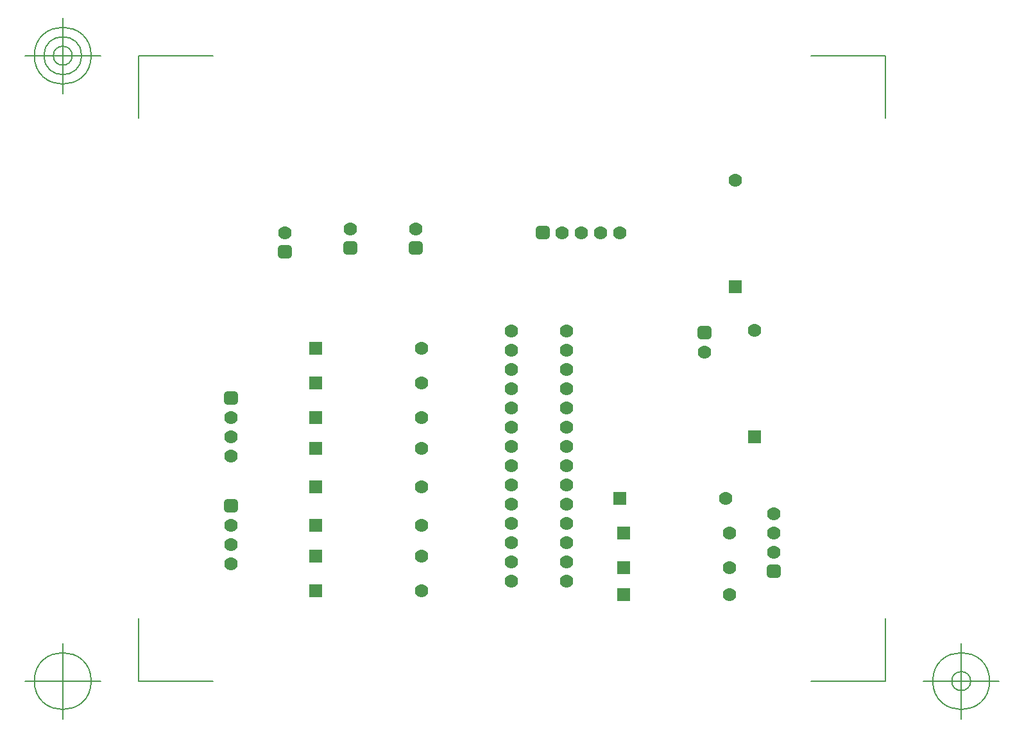
<source format=gbr>
G04 Generated by Ultiboard 14.1 *
%FSLAX24Y24*%
%MOIN*%

%ADD10C,0.0001*%
%ADD11C,0.0050*%
%ADD12C,0.0700*%
%ADD13R,0.0308X0.0308*%
%ADD14C,0.0392*%
%ADD15R,0.0700X0.0700*%


G04 ColorRGB 00FF00 for the following layer *
%LNCopper Top*%
%LPD*%
G54D10*
G54D11*
X4199Y6099D02*
X4199Y9350D01*
X4199Y6099D02*
X8079Y6099D01*
X43001Y6099D02*
X39121Y6099D01*
X43001Y6099D02*
X43001Y9350D01*
X43001Y38600D02*
X43001Y35350D01*
X43001Y38600D02*
X39121Y38600D01*
X4199Y38600D02*
X8079Y38600D01*
X4199Y38600D02*
X4199Y35350D01*
X2230Y6099D02*
X-1707Y6099D01*
X262Y4131D02*
X262Y8068D01*
X-1214Y6099D02*
G75*
D01*
G02X-1214Y6099I1476J0*
G01*
X44969Y6099D02*
X48906Y6099D01*
X46938Y4131D02*
X46938Y8068D01*
X45462Y6099D02*
G75*
D01*
G02X45462Y6099I1476J0*
G01*
X46446Y6099D02*
G75*
D01*
G02X46446Y6099I492J0*
G01*
X2230Y38600D02*
X-1707Y38600D01*
X262Y36632D02*
X262Y40569D01*
X-1214Y38600D02*
G75*
D01*
G02X-1214Y38600I1476J0*
G01*
X-722Y38600D02*
G75*
D01*
G02X-722Y38600I984J0*
G01*
X-230Y38600D02*
G75*
D01*
G02X-230Y38600I492J0*
G01*
G54D12*
X26203Y29403D03*
X27203Y29403D03*
X29203Y29403D03*
X28203Y29403D03*
X18600Y29600D03*
X11800Y29400D03*
X15200Y29600D03*
X33600Y23200D03*
X37200Y12800D03*
X37200Y13800D03*
X37200Y14800D03*
X23575Y24300D03*
X23575Y23300D03*
X23575Y22300D03*
X23575Y21300D03*
X23575Y20300D03*
X23575Y19300D03*
X23575Y18300D03*
X23575Y17300D03*
X23575Y14300D03*
X23575Y12300D03*
X23575Y11300D03*
X26425Y24300D03*
X26425Y23300D03*
X26425Y18300D03*
X26425Y17300D03*
X26425Y16300D03*
X26425Y15300D03*
X26425Y14300D03*
X26425Y13300D03*
X26425Y12300D03*
X26425Y11300D03*
X23575Y16300D03*
X23575Y15300D03*
X23575Y13300D03*
X26425Y22300D03*
X26425Y21300D03*
X26425Y20300D03*
X26425Y19300D03*
X18912Y14200D03*
X18912Y12600D03*
X18912Y18200D03*
X18912Y19800D03*
X18912Y21600D03*
X18912Y16200D03*
X34912Y12000D03*
X34912Y10600D03*
X34912Y13800D03*
X34712Y15600D03*
X35200Y32112D03*
X36200Y24312D03*
X18912Y23400D03*
X9000Y13200D03*
X9000Y14200D03*
X9000Y12200D03*
X9000Y18800D03*
X9000Y19800D03*
X9000Y17800D03*
X18912Y10800D03*
G54D13*
X25203Y29403D03*
X18600Y28600D03*
X11800Y28400D03*
X15200Y28600D03*
X33600Y24200D03*
X37200Y11800D03*
X9000Y15200D03*
X9000Y20800D03*
G54D14*
X25049Y29249D02*
X25357Y29249D01*
X25357Y29557D01*
X25049Y29557D01*
X25049Y29249D01*D02*
X18446Y28446D02*
X18754Y28446D01*
X18754Y28754D01*
X18446Y28754D01*
X18446Y28446D01*D02*
X11646Y28246D02*
X11954Y28246D01*
X11954Y28554D01*
X11646Y28554D01*
X11646Y28246D01*D02*
X15046Y28446D02*
X15354Y28446D01*
X15354Y28754D01*
X15046Y28754D01*
X15046Y28446D01*D02*
X33446Y24046D02*
X33754Y24046D01*
X33754Y24354D01*
X33446Y24354D01*
X33446Y24046D01*D02*
X37046Y11646D02*
X37354Y11646D01*
X37354Y11954D01*
X37046Y11954D01*
X37046Y11646D01*D02*
X8846Y15046D02*
X9154Y15046D01*
X9154Y15354D01*
X8846Y15354D01*
X8846Y15046D01*D02*
X8846Y20646D02*
X9154Y20646D01*
X9154Y20954D01*
X8846Y20954D01*
X8846Y20646D01*D02*
G54D15*
X13400Y14200D03*
X13400Y12600D03*
X13400Y18200D03*
X13400Y19800D03*
X13400Y21600D03*
X13400Y16200D03*
X29400Y12000D03*
X29400Y10600D03*
X29400Y13800D03*
X29200Y15600D03*
X35200Y26600D03*
X36200Y18800D03*
X13400Y23400D03*
X13400Y10800D03*

M02*

</source>
